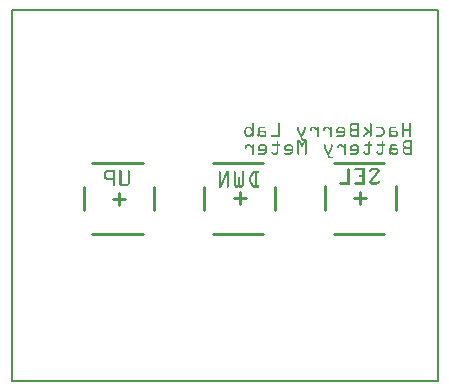
<source format=gbo>
G04 MADE WITH FRITZING*
G04 WWW.FRITZING.ORG*
G04 DOUBLE SIDED*
G04 HOLES PLATED*
G04 CONTOUR ON CENTER OF CONTOUR VECTOR*
%ASAXBY*%
%FSLAX23Y23*%
%MOIN*%
%OFA0B0*%
%SFA1.0B1.0*%
%ADD10R,1.426520X1.245110X1.410520X1.229110*%
%ADD11C,0.008000*%
%ADD12C,0.010000*%
%ADD13R,0.001000X0.001000*%
%LNSILK0*%
G90*
G70*
G54D11*
X4Y1241D02*
X1423Y1241D01*
X1423Y4D01*
X4Y4D01*
X4Y1241D01*
D02*
G54D12*
X1047Y654D02*
X1047Y575D01*
D02*
X1244Y732D02*
X1076Y732D01*
D02*
X1244Y496D02*
X1076Y496D01*
D02*
X1283Y654D02*
X1283Y575D01*
D02*
X1165Y634D02*
X1165Y595D01*
D02*
X1145Y614D02*
X1185Y614D01*
D02*
X645Y653D02*
X645Y575D01*
D02*
X842Y732D02*
X674Y732D01*
D02*
X842Y496D02*
X674Y496D01*
D02*
X881Y653D02*
X881Y575D01*
D02*
X763Y634D02*
X763Y594D01*
D02*
X743Y614D02*
X783Y614D01*
D02*
X243Y652D02*
X243Y574D01*
D02*
X440Y731D02*
X272Y731D01*
D02*
X440Y495D02*
X272Y495D01*
D02*
X479Y652D02*
X479Y574D01*
D02*
X361Y633D02*
X361Y593D01*
D02*
X341Y613D02*
X380Y613D01*
G54D13*
X805Y866D02*
X807Y866D01*
X893Y866D02*
X895Y866D01*
X1139Y866D02*
X1159Y866D01*
X1199Y866D02*
X1201Y866D01*
X1306Y866D02*
X1308Y866D01*
X1330Y866D02*
X1332Y866D01*
X804Y865D02*
X808Y865D01*
X892Y865D02*
X896Y865D01*
X1136Y865D02*
X1159Y865D01*
X1198Y865D02*
X1202Y865D01*
X1305Y865D02*
X1309Y865D01*
X1329Y865D02*
X1333Y865D01*
X804Y864D02*
X809Y864D01*
X891Y864D02*
X896Y864D01*
X1135Y864D02*
X1159Y864D01*
X1198Y864D02*
X1202Y864D01*
X1305Y864D02*
X1310Y864D01*
X1329Y864D02*
X1334Y864D01*
X804Y863D02*
X809Y863D01*
X891Y863D02*
X896Y863D01*
X1134Y863D02*
X1159Y863D01*
X1197Y863D02*
X1203Y863D01*
X1305Y863D02*
X1310Y863D01*
X1329Y863D02*
X1334Y863D01*
X804Y862D02*
X809Y862D01*
X891Y862D02*
X896Y862D01*
X1133Y862D02*
X1159Y862D01*
X1197Y862D02*
X1203Y862D01*
X1305Y862D02*
X1310Y862D01*
X1329Y862D02*
X1334Y862D01*
X804Y861D02*
X809Y861D01*
X891Y861D02*
X896Y861D01*
X1132Y861D02*
X1159Y861D01*
X1197Y861D02*
X1203Y861D01*
X1305Y861D02*
X1310Y861D01*
X1329Y861D02*
X1334Y861D01*
X804Y860D02*
X809Y860D01*
X891Y860D02*
X896Y860D01*
X1131Y860D02*
X1139Y860D01*
X1154Y860D02*
X1159Y860D01*
X1197Y860D02*
X1203Y860D01*
X1305Y860D02*
X1310Y860D01*
X1329Y860D02*
X1334Y860D01*
X804Y859D02*
X809Y859D01*
X891Y859D02*
X896Y859D01*
X1131Y859D02*
X1137Y859D01*
X1154Y859D02*
X1159Y859D01*
X1197Y859D02*
X1203Y859D01*
X1305Y859D02*
X1310Y859D01*
X1329Y859D02*
X1334Y859D01*
X804Y858D02*
X809Y858D01*
X891Y858D02*
X896Y858D01*
X1130Y858D02*
X1136Y858D01*
X1154Y858D02*
X1159Y858D01*
X1197Y858D02*
X1203Y858D01*
X1305Y858D02*
X1310Y858D01*
X1329Y858D02*
X1334Y858D01*
X804Y857D02*
X809Y857D01*
X891Y857D02*
X896Y857D01*
X1130Y857D02*
X1136Y857D01*
X1154Y857D02*
X1159Y857D01*
X1197Y857D02*
X1203Y857D01*
X1305Y857D02*
X1310Y857D01*
X1329Y857D02*
X1334Y857D01*
X804Y856D02*
X809Y856D01*
X891Y856D02*
X896Y856D01*
X1130Y856D02*
X1135Y856D01*
X1154Y856D02*
X1159Y856D01*
X1197Y856D02*
X1203Y856D01*
X1305Y856D02*
X1310Y856D01*
X1329Y856D02*
X1334Y856D01*
X804Y855D02*
X809Y855D01*
X891Y855D02*
X896Y855D01*
X1130Y855D02*
X1135Y855D01*
X1154Y855D02*
X1159Y855D01*
X1197Y855D02*
X1203Y855D01*
X1305Y855D02*
X1310Y855D01*
X1329Y855D02*
X1334Y855D01*
X804Y854D02*
X809Y854D01*
X891Y854D02*
X896Y854D01*
X1130Y854D02*
X1135Y854D01*
X1154Y854D02*
X1159Y854D01*
X1197Y854D02*
X1203Y854D01*
X1305Y854D02*
X1310Y854D01*
X1329Y854D02*
X1334Y854D01*
X788Y853D02*
X797Y853D01*
X804Y853D02*
X809Y853D01*
X830Y853D02*
X845Y853D01*
X891Y853D02*
X896Y853D01*
X956Y853D02*
X958Y853D01*
X980Y853D02*
X982Y853D01*
X1004Y853D02*
X1014Y853D01*
X1024Y853D02*
X1026Y853D01*
X1048Y853D02*
X1058Y853D01*
X1068Y853D02*
X1070Y853D01*
X1094Y853D02*
X1107Y853D01*
X1130Y853D02*
X1135Y853D01*
X1154Y853D02*
X1159Y853D01*
X1178Y853D02*
X1180Y853D01*
X1197Y853D02*
X1203Y853D01*
X1219Y853D02*
X1235Y853D01*
X1268Y853D02*
X1283Y853D01*
X1305Y853D02*
X1310Y853D01*
X1329Y853D02*
X1334Y853D01*
X786Y852D02*
X799Y852D01*
X804Y852D02*
X809Y852D01*
X828Y852D02*
X846Y852D01*
X891Y852D02*
X896Y852D01*
X955Y852D02*
X959Y852D01*
X979Y852D02*
X983Y852D01*
X1002Y852D02*
X1015Y852D01*
X1023Y852D02*
X1027Y852D01*
X1046Y852D02*
X1059Y852D01*
X1067Y852D02*
X1071Y852D01*
X1092Y852D02*
X1109Y852D01*
X1130Y852D02*
X1135Y852D01*
X1154Y852D02*
X1159Y852D01*
X1177Y852D02*
X1181Y852D01*
X1197Y852D02*
X1203Y852D01*
X1218Y852D02*
X1237Y852D01*
X1266Y852D02*
X1284Y852D01*
X1305Y852D02*
X1310Y852D01*
X1329Y852D02*
X1334Y852D01*
X784Y851D02*
X801Y851D01*
X804Y851D02*
X809Y851D01*
X827Y851D02*
X846Y851D01*
X891Y851D02*
X896Y851D01*
X955Y851D02*
X960Y851D01*
X979Y851D02*
X984Y851D01*
X1001Y851D02*
X1017Y851D01*
X1022Y851D02*
X1027Y851D01*
X1045Y851D02*
X1060Y851D01*
X1066Y851D02*
X1071Y851D01*
X1091Y851D02*
X1110Y851D01*
X1130Y851D02*
X1135Y851D01*
X1154Y851D02*
X1159Y851D01*
X1177Y851D02*
X1183Y851D01*
X1197Y851D02*
X1203Y851D01*
X1217Y851D02*
X1239Y851D01*
X1265Y851D02*
X1284Y851D01*
X1305Y851D02*
X1310Y851D01*
X1329Y851D02*
X1334Y851D01*
X783Y850D02*
X809Y850D01*
X826Y850D02*
X846Y850D01*
X891Y850D02*
X896Y850D01*
X955Y850D02*
X960Y850D01*
X979Y850D02*
X984Y850D01*
X1000Y850D02*
X1018Y850D01*
X1022Y850D02*
X1027Y850D01*
X1044Y850D02*
X1062Y850D01*
X1066Y850D02*
X1071Y850D01*
X1090Y850D02*
X1111Y850D01*
X1130Y850D02*
X1135Y850D01*
X1154Y850D02*
X1159Y850D01*
X1177Y850D02*
X1184Y850D01*
X1197Y850D02*
X1203Y850D01*
X1217Y850D02*
X1240Y850D01*
X1264Y850D02*
X1284Y850D01*
X1305Y850D02*
X1310Y850D01*
X1329Y850D02*
X1334Y850D01*
X782Y849D02*
X809Y849D01*
X825Y849D02*
X846Y849D01*
X891Y849D02*
X896Y849D01*
X955Y849D02*
X960Y849D01*
X979Y849D02*
X984Y849D01*
X1000Y849D02*
X1019Y849D01*
X1022Y849D02*
X1028Y849D01*
X1043Y849D02*
X1063Y849D01*
X1066Y849D02*
X1071Y849D01*
X1089Y849D02*
X1112Y849D01*
X1130Y849D02*
X1136Y849D01*
X1154Y849D02*
X1159Y849D01*
X1177Y849D02*
X1185Y849D01*
X1197Y849D02*
X1203Y849D01*
X1218Y849D02*
X1241Y849D01*
X1263Y849D02*
X1284Y849D01*
X1305Y849D02*
X1310Y849D01*
X1329Y849D02*
X1334Y849D01*
X781Y848D02*
X809Y848D01*
X825Y848D02*
X845Y848D01*
X891Y848D02*
X896Y848D01*
X955Y848D02*
X960Y848D01*
X979Y848D02*
X984Y848D01*
X999Y848D02*
X1020Y848D01*
X1022Y848D02*
X1028Y848D01*
X1043Y848D02*
X1064Y848D01*
X1066Y848D02*
X1071Y848D01*
X1088Y848D02*
X1113Y848D01*
X1130Y848D02*
X1136Y848D01*
X1154Y848D02*
X1159Y848D01*
X1178Y848D02*
X1186Y848D01*
X1197Y848D02*
X1203Y848D01*
X1219Y848D02*
X1242Y848D01*
X1263Y848D02*
X1283Y848D01*
X1305Y848D02*
X1310Y848D01*
X1329Y848D02*
X1334Y848D01*
X781Y847D02*
X788Y847D01*
X797Y847D02*
X809Y847D01*
X824Y847D02*
X831Y847D01*
X891Y847D02*
X896Y847D01*
X955Y847D02*
X960Y847D01*
X979Y847D02*
X984Y847D01*
X999Y847D02*
X1005Y847D01*
X1013Y847D02*
X1028Y847D01*
X1043Y847D02*
X1049Y847D01*
X1057Y847D02*
X1071Y847D01*
X1087Y847D02*
X1095Y847D01*
X1106Y847D02*
X1114Y847D01*
X1131Y847D02*
X1138Y847D01*
X1154Y847D02*
X1159Y847D01*
X1179Y847D02*
X1187Y847D01*
X1197Y847D02*
X1203Y847D01*
X1235Y847D02*
X1243Y847D01*
X1262Y847D02*
X1268Y847D01*
X1305Y847D02*
X1310Y847D01*
X1329Y847D02*
X1334Y847D01*
X780Y846D02*
X787Y846D01*
X798Y846D02*
X809Y846D01*
X824Y846D02*
X830Y846D01*
X891Y846D02*
X896Y846D01*
X955Y846D02*
X960Y846D01*
X979Y846D02*
X984Y846D01*
X998Y846D02*
X1004Y846D01*
X1014Y846D02*
X1028Y846D01*
X1042Y846D02*
X1048Y846D01*
X1058Y846D02*
X1071Y846D01*
X1087Y846D02*
X1093Y846D01*
X1108Y846D02*
X1114Y846D01*
X1131Y846D02*
X1140Y846D01*
X1153Y846D02*
X1159Y846D01*
X1180Y846D02*
X1189Y846D01*
X1197Y846D02*
X1203Y846D01*
X1236Y846D02*
X1244Y846D01*
X1262Y846D02*
X1267Y846D01*
X1305Y846D02*
X1310Y846D01*
X1329Y846D02*
X1334Y846D01*
X780Y845D02*
X786Y845D01*
X799Y845D02*
X809Y845D01*
X824Y845D02*
X829Y845D01*
X891Y845D02*
X896Y845D01*
X955Y845D02*
X960Y845D01*
X978Y845D02*
X984Y845D01*
X998Y845D02*
X1004Y845D01*
X1015Y845D02*
X1028Y845D01*
X1042Y845D02*
X1047Y845D01*
X1059Y845D02*
X1071Y845D01*
X1086Y845D02*
X1092Y845D01*
X1109Y845D02*
X1115Y845D01*
X1132Y845D02*
X1159Y845D01*
X1181Y845D02*
X1190Y845D01*
X1197Y845D02*
X1203Y845D01*
X1237Y845D02*
X1245Y845D01*
X1262Y845D02*
X1267Y845D01*
X1305Y845D02*
X1334Y845D01*
X780Y844D02*
X785Y844D01*
X800Y844D02*
X809Y844D01*
X824Y844D02*
X829Y844D01*
X891Y844D02*
X896Y844D01*
X955Y844D02*
X961Y844D01*
X978Y844D02*
X983Y844D01*
X998Y844D02*
X1003Y844D01*
X1016Y844D02*
X1028Y844D01*
X1042Y844D02*
X1047Y844D01*
X1060Y844D02*
X1071Y844D01*
X1086Y844D02*
X1091Y844D01*
X1110Y844D02*
X1115Y844D01*
X1133Y844D02*
X1159Y844D01*
X1182Y844D02*
X1191Y844D01*
X1197Y844D02*
X1203Y844D01*
X1238Y844D02*
X1245Y844D01*
X1262Y844D02*
X1267Y844D01*
X1305Y844D02*
X1334Y844D01*
X780Y843D02*
X785Y843D01*
X802Y843D02*
X809Y843D01*
X824Y843D02*
X829Y843D01*
X891Y843D02*
X896Y843D01*
X955Y843D02*
X961Y843D01*
X977Y843D02*
X983Y843D01*
X998Y843D02*
X1003Y843D01*
X1017Y843D02*
X1028Y843D01*
X1042Y843D02*
X1047Y843D01*
X1061Y843D02*
X1071Y843D01*
X1086Y843D02*
X1091Y843D01*
X1110Y843D02*
X1115Y843D01*
X1134Y843D02*
X1159Y843D01*
X1184Y843D02*
X1192Y843D01*
X1197Y843D02*
X1203Y843D01*
X1239Y843D02*
X1246Y843D01*
X1262Y843D02*
X1267Y843D01*
X1305Y843D02*
X1334Y843D01*
X779Y842D02*
X785Y842D01*
X803Y842D02*
X809Y842D01*
X824Y842D02*
X829Y842D01*
X891Y842D02*
X896Y842D01*
X956Y842D02*
X962Y842D01*
X977Y842D02*
X983Y842D01*
X999Y842D02*
X1003Y842D01*
X1019Y842D02*
X1028Y842D01*
X1042Y842D02*
X1047Y842D01*
X1062Y842D02*
X1071Y842D01*
X1086Y842D02*
X1091Y842D01*
X1110Y842D02*
X1115Y842D01*
X1133Y842D02*
X1159Y842D01*
X1185Y842D02*
X1193Y842D01*
X1197Y842D02*
X1203Y842D01*
X1240Y842D02*
X1246Y842D01*
X1262Y842D02*
X1267Y842D01*
X1305Y842D02*
X1334Y842D01*
X779Y841D02*
X785Y841D01*
X803Y841D02*
X809Y841D01*
X824Y841D02*
X829Y841D01*
X891Y841D02*
X896Y841D01*
X956Y841D02*
X962Y841D01*
X976Y841D02*
X982Y841D01*
X999Y841D02*
X1003Y841D01*
X1020Y841D02*
X1028Y841D01*
X1043Y841D02*
X1047Y841D01*
X1064Y841D02*
X1071Y841D01*
X1086Y841D02*
X1091Y841D01*
X1110Y841D02*
X1115Y841D01*
X1132Y841D02*
X1159Y841D01*
X1186Y841D02*
X1194Y841D01*
X1197Y841D02*
X1203Y841D01*
X1241Y841D02*
X1246Y841D01*
X1262Y841D02*
X1267Y841D01*
X1305Y841D02*
X1334Y841D01*
X779Y840D02*
X785Y840D01*
X803Y840D02*
X809Y840D01*
X824Y840D02*
X847Y840D01*
X891Y840D02*
X896Y840D01*
X957Y840D02*
X962Y840D01*
X976Y840D02*
X982Y840D01*
X1000Y840D02*
X1002Y840D01*
X1021Y840D02*
X1028Y840D01*
X1044Y840D02*
X1045Y840D01*
X1065Y840D02*
X1071Y840D01*
X1086Y840D02*
X1091Y840D01*
X1110Y840D02*
X1115Y840D01*
X1132Y840D02*
X1159Y840D01*
X1187Y840D02*
X1203Y840D01*
X1241Y840D02*
X1246Y840D01*
X1262Y840D02*
X1285Y840D01*
X1305Y840D02*
X1334Y840D01*
X779Y839D02*
X785Y839D01*
X804Y839D02*
X809Y839D01*
X824Y839D02*
X849Y839D01*
X891Y839D02*
X896Y839D01*
X957Y839D02*
X963Y839D01*
X976Y839D02*
X981Y839D01*
X1022Y839D02*
X1028Y839D01*
X1066Y839D02*
X1071Y839D01*
X1086Y839D02*
X1091Y839D01*
X1110Y839D02*
X1115Y839D01*
X1131Y839D02*
X1138Y839D01*
X1154Y839D02*
X1159Y839D01*
X1188Y839D02*
X1203Y839D01*
X1241Y839D02*
X1246Y839D01*
X1262Y839D02*
X1286Y839D01*
X1305Y839D02*
X1310Y839D01*
X1329Y839D02*
X1334Y839D01*
X779Y838D02*
X785Y838D01*
X804Y838D02*
X809Y838D01*
X824Y838D02*
X850Y838D01*
X891Y838D02*
X896Y838D01*
X958Y838D02*
X963Y838D01*
X975Y838D02*
X981Y838D01*
X1022Y838D02*
X1028Y838D01*
X1066Y838D02*
X1071Y838D01*
X1086Y838D02*
X1115Y838D01*
X1131Y838D02*
X1137Y838D01*
X1154Y838D02*
X1159Y838D01*
X1189Y838D02*
X1203Y838D01*
X1241Y838D02*
X1246Y838D01*
X1262Y838D02*
X1287Y838D01*
X1305Y838D02*
X1310Y838D01*
X1329Y838D02*
X1334Y838D01*
X779Y837D02*
X785Y837D01*
X804Y837D02*
X809Y837D01*
X824Y837D02*
X851Y837D01*
X891Y837D02*
X896Y837D01*
X958Y837D02*
X964Y837D01*
X975Y837D02*
X980Y837D01*
X1022Y837D02*
X1028Y837D01*
X1066Y837D02*
X1071Y837D01*
X1086Y837D02*
X1115Y837D01*
X1130Y837D02*
X1136Y837D01*
X1154Y837D02*
X1159Y837D01*
X1189Y837D02*
X1203Y837D01*
X1241Y837D02*
X1246Y837D01*
X1262Y837D02*
X1288Y837D01*
X1305Y837D02*
X1310Y837D01*
X1329Y837D02*
X1334Y837D01*
X779Y836D02*
X785Y836D01*
X804Y836D02*
X809Y836D01*
X824Y836D02*
X851Y836D01*
X891Y836D02*
X896Y836D01*
X958Y836D02*
X964Y836D01*
X974Y836D02*
X980Y836D01*
X1022Y836D02*
X1028Y836D01*
X1066Y836D02*
X1071Y836D01*
X1086Y836D02*
X1115Y836D01*
X1130Y836D02*
X1135Y836D01*
X1154Y836D02*
X1159Y836D01*
X1188Y836D02*
X1203Y836D01*
X1241Y836D02*
X1246Y836D01*
X1261Y836D02*
X1289Y836D01*
X1305Y836D02*
X1310Y836D01*
X1329Y836D02*
X1334Y836D01*
X779Y835D02*
X785Y835D01*
X804Y835D02*
X809Y835D01*
X824Y835D02*
X852Y835D01*
X891Y835D02*
X896Y835D01*
X959Y835D02*
X965Y835D01*
X974Y835D02*
X979Y835D01*
X1022Y835D02*
X1028Y835D01*
X1066Y835D02*
X1071Y835D01*
X1086Y835D02*
X1115Y835D01*
X1130Y835D02*
X1135Y835D01*
X1154Y835D02*
X1159Y835D01*
X1187Y835D02*
X1203Y835D01*
X1241Y835D02*
X1246Y835D01*
X1261Y835D02*
X1289Y835D01*
X1305Y835D02*
X1310Y835D01*
X1329Y835D02*
X1334Y835D01*
X779Y834D02*
X785Y834D01*
X804Y834D02*
X809Y834D01*
X824Y834D02*
X830Y834D01*
X846Y834D02*
X852Y834D01*
X891Y834D02*
X896Y834D01*
X959Y834D02*
X965Y834D01*
X973Y834D02*
X979Y834D01*
X1022Y834D02*
X1028Y834D01*
X1066Y834D02*
X1071Y834D01*
X1086Y834D02*
X1115Y834D01*
X1130Y834D02*
X1135Y834D01*
X1154Y834D02*
X1159Y834D01*
X1186Y834D02*
X1203Y834D01*
X1241Y834D02*
X1246Y834D01*
X1261Y834D02*
X1268Y834D01*
X1284Y834D02*
X1290Y834D01*
X1305Y834D02*
X1310Y834D01*
X1329Y834D02*
X1334Y834D01*
X779Y833D02*
X785Y833D01*
X804Y833D02*
X809Y833D01*
X824Y833D02*
X829Y833D01*
X847Y833D02*
X852Y833D01*
X891Y833D02*
X896Y833D01*
X960Y833D02*
X965Y833D01*
X973Y833D02*
X979Y833D01*
X1022Y833D02*
X1028Y833D01*
X1066Y833D02*
X1071Y833D01*
X1087Y833D02*
X1115Y833D01*
X1130Y833D02*
X1135Y833D01*
X1154Y833D02*
X1159Y833D01*
X1184Y833D02*
X1193Y833D01*
X1195Y833D02*
X1203Y833D01*
X1241Y833D02*
X1246Y833D01*
X1261Y833D02*
X1267Y833D01*
X1285Y833D02*
X1290Y833D01*
X1305Y833D02*
X1310Y833D01*
X1329Y833D02*
X1334Y833D01*
X779Y832D02*
X785Y832D01*
X803Y832D02*
X809Y832D01*
X824Y832D02*
X829Y832D01*
X847Y832D02*
X852Y832D01*
X891Y832D02*
X896Y832D01*
X960Y832D02*
X966Y832D01*
X973Y832D02*
X978Y832D01*
X1022Y832D02*
X1028Y832D01*
X1066Y832D02*
X1071Y832D01*
X1089Y832D02*
X1115Y832D01*
X1130Y832D02*
X1135Y832D01*
X1154Y832D02*
X1159Y832D01*
X1183Y832D02*
X1192Y832D01*
X1196Y832D02*
X1203Y832D01*
X1241Y832D02*
X1246Y832D01*
X1261Y832D02*
X1267Y832D01*
X1285Y832D02*
X1290Y832D01*
X1305Y832D02*
X1310Y832D01*
X1329Y832D02*
X1334Y832D01*
X779Y831D02*
X785Y831D01*
X803Y831D02*
X809Y831D01*
X824Y831D02*
X829Y831D01*
X847Y831D02*
X852Y831D01*
X891Y831D02*
X896Y831D01*
X961Y831D02*
X966Y831D01*
X972Y831D02*
X978Y831D01*
X1022Y831D02*
X1028Y831D01*
X1066Y831D02*
X1071Y831D01*
X1110Y831D02*
X1115Y831D01*
X1130Y831D02*
X1135Y831D01*
X1154Y831D02*
X1159Y831D01*
X1182Y831D02*
X1191Y831D01*
X1197Y831D02*
X1203Y831D01*
X1241Y831D02*
X1246Y831D01*
X1261Y831D02*
X1266Y831D01*
X1285Y831D02*
X1290Y831D01*
X1305Y831D02*
X1310Y831D01*
X1329Y831D02*
X1334Y831D01*
X779Y830D02*
X785Y830D01*
X802Y830D02*
X809Y830D01*
X824Y830D02*
X829Y830D01*
X847Y830D02*
X852Y830D01*
X891Y830D02*
X896Y830D01*
X961Y830D02*
X967Y830D01*
X972Y830D02*
X977Y830D01*
X1022Y830D02*
X1028Y830D01*
X1066Y830D02*
X1071Y830D01*
X1110Y830D02*
X1115Y830D01*
X1130Y830D02*
X1135Y830D01*
X1154Y830D02*
X1159Y830D01*
X1181Y830D02*
X1189Y830D01*
X1197Y830D02*
X1203Y830D01*
X1240Y830D02*
X1246Y830D01*
X1261Y830D02*
X1266Y830D01*
X1285Y830D02*
X1290Y830D01*
X1305Y830D02*
X1310Y830D01*
X1329Y830D02*
X1334Y830D01*
X780Y829D02*
X785Y829D01*
X801Y829D02*
X809Y829D01*
X823Y829D02*
X829Y829D01*
X847Y829D02*
X852Y829D01*
X891Y829D02*
X896Y829D01*
X961Y829D02*
X967Y829D01*
X971Y829D02*
X977Y829D01*
X1022Y829D02*
X1028Y829D01*
X1066Y829D02*
X1071Y829D01*
X1110Y829D02*
X1115Y829D01*
X1130Y829D02*
X1135Y829D01*
X1154Y829D02*
X1159Y829D01*
X1180Y829D02*
X1188Y829D01*
X1197Y829D02*
X1203Y829D01*
X1239Y829D02*
X1246Y829D01*
X1261Y829D02*
X1267Y829D01*
X1285Y829D02*
X1290Y829D01*
X1305Y829D02*
X1310Y829D01*
X1329Y829D02*
X1334Y829D01*
X780Y828D02*
X786Y828D01*
X800Y828D02*
X809Y828D01*
X823Y828D02*
X831Y828D01*
X847Y828D02*
X852Y828D01*
X891Y828D02*
X896Y828D01*
X962Y828D02*
X968Y828D01*
X971Y828D02*
X976Y828D01*
X1022Y828D02*
X1028Y828D01*
X1066Y828D02*
X1071Y828D01*
X1109Y828D02*
X1115Y828D01*
X1130Y828D02*
X1136Y828D01*
X1154Y828D02*
X1159Y828D01*
X1179Y828D02*
X1187Y828D01*
X1197Y828D02*
X1203Y828D01*
X1237Y828D02*
X1245Y828D01*
X1261Y828D02*
X1268Y828D01*
X1285Y828D02*
X1290Y828D01*
X1305Y828D02*
X1310Y828D01*
X1329Y828D02*
X1334Y828D01*
X780Y827D02*
X787Y827D01*
X798Y827D02*
X809Y827D01*
X823Y827D02*
X832Y827D01*
X847Y827D02*
X852Y827D01*
X891Y827D02*
X896Y827D01*
X962Y827D02*
X976Y827D01*
X1022Y827D02*
X1028Y827D01*
X1066Y827D02*
X1071Y827D01*
X1108Y827D02*
X1115Y827D01*
X1131Y827D02*
X1137Y827D01*
X1154Y827D02*
X1159Y827D01*
X1177Y827D02*
X1186Y827D01*
X1197Y827D02*
X1203Y827D01*
X1236Y827D02*
X1244Y827D01*
X1261Y827D02*
X1270Y827D01*
X1285Y827D02*
X1290Y827D01*
X1305Y827D02*
X1310Y827D01*
X1329Y827D02*
X1334Y827D01*
X781Y826D02*
X788Y826D01*
X797Y826D02*
X809Y826D01*
X823Y826D02*
X834Y826D01*
X846Y826D02*
X852Y826D01*
X891Y826D02*
X896Y826D01*
X963Y826D02*
X976Y826D01*
X1022Y826D02*
X1028Y826D01*
X1066Y826D02*
X1071Y826D01*
X1107Y826D02*
X1114Y826D01*
X1131Y826D02*
X1138Y826D01*
X1154Y826D02*
X1159Y826D01*
X1176Y826D02*
X1185Y826D01*
X1197Y826D02*
X1203Y826D01*
X1235Y826D02*
X1243Y826D01*
X1261Y826D02*
X1272Y826D01*
X1284Y826D02*
X1290Y826D01*
X1305Y826D02*
X1310Y826D01*
X1329Y826D02*
X1334Y826D01*
X781Y825D02*
X809Y825D01*
X823Y825D02*
X852Y825D01*
X869Y825D02*
X896Y825D01*
X963Y825D02*
X975Y825D01*
X1022Y825D02*
X1028Y825D01*
X1066Y825D02*
X1071Y825D01*
X1088Y825D02*
X1114Y825D01*
X1132Y825D02*
X1159Y825D01*
X1175Y825D02*
X1184Y825D01*
X1197Y825D02*
X1203Y825D01*
X1219Y825D02*
X1242Y825D01*
X1261Y825D02*
X1290Y825D01*
X1305Y825D02*
X1310Y825D01*
X1329Y825D02*
X1334Y825D01*
X782Y824D02*
X809Y824D01*
X823Y824D02*
X851Y824D01*
X868Y824D02*
X896Y824D01*
X964Y824D02*
X975Y824D01*
X1022Y824D02*
X1028Y824D01*
X1066Y824D02*
X1071Y824D01*
X1087Y824D02*
X1113Y824D01*
X1132Y824D02*
X1159Y824D01*
X1174Y824D02*
X1182Y824D01*
X1197Y824D02*
X1203Y824D01*
X1218Y824D02*
X1241Y824D01*
X1261Y824D02*
X1289Y824D01*
X1305Y824D02*
X1310Y824D01*
X1329Y824D02*
X1334Y824D01*
X783Y823D02*
X809Y823D01*
X823Y823D02*
X851Y823D01*
X867Y823D02*
X896Y823D01*
X964Y823D02*
X974Y823D01*
X1022Y823D02*
X1028Y823D01*
X1066Y823D02*
X1071Y823D01*
X1086Y823D02*
X1112Y823D01*
X1133Y823D02*
X1159Y823D01*
X1174Y823D02*
X1181Y823D01*
X1197Y823D02*
X1203Y823D01*
X1217Y823D02*
X1240Y823D01*
X1261Y823D02*
X1288Y823D01*
X1305Y823D02*
X1310Y823D01*
X1329Y823D02*
X1334Y823D01*
X784Y822D02*
X801Y822D01*
X804Y822D02*
X809Y822D01*
X823Y822D02*
X850Y822D01*
X867Y822D02*
X896Y822D01*
X965Y822D02*
X973Y822D01*
X1022Y822D02*
X1027Y822D01*
X1066Y822D02*
X1071Y822D01*
X1086Y822D02*
X1111Y822D01*
X1134Y822D02*
X1159Y822D01*
X1174Y822D02*
X1180Y822D01*
X1198Y822D02*
X1203Y822D01*
X1217Y822D02*
X1239Y822D01*
X1261Y822D02*
X1288Y822D01*
X1305Y822D02*
X1310Y822D01*
X1329Y822D02*
X1334Y822D01*
X785Y821D02*
X800Y821D01*
X804Y821D02*
X808Y821D01*
X824Y821D02*
X828Y821D01*
X831Y821D02*
X849Y821D01*
X867Y821D02*
X896Y821D01*
X965Y821D02*
X971Y821D01*
X1023Y821D02*
X1027Y821D01*
X1066Y821D02*
X1071Y821D01*
X1086Y821D02*
X1109Y821D01*
X1136Y821D02*
X1159Y821D01*
X1174Y821D02*
X1179Y821D01*
X1198Y821D02*
X1202Y821D01*
X1218Y821D02*
X1238Y821D01*
X1261Y821D02*
X1266Y821D01*
X1269Y821D02*
X1287Y821D01*
X1305Y821D02*
X1310Y821D01*
X1329Y821D02*
X1334Y821D01*
X787Y820D02*
X798Y820D01*
X805Y820D02*
X808Y820D01*
X824Y820D02*
X827Y820D01*
X833Y820D02*
X847Y820D01*
X868Y820D02*
X896Y820D01*
X965Y820D02*
X971Y820D01*
X1023Y820D02*
X1026Y820D01*
X1067Y820D02*
X1070Y820D01*
X1087Y820D02*
X1108Y820D01*
X1138Y820D02*
X1159Y820D01*
X1174Y820D02*
X1178Y820D01*
X1199Y820D02*
X1202Y820D01*
X1218Y820D02*
X1236Y820D01*
X1262Y820D02*
X1265Y820D01*
X1271Y820D02*
X1285Y820D01*
X1306Y820D02*
X1309Y820D01*
X1330Y820D02*
X1333Y820D01*
X966Y819D02*
X972Y819D01*
X966Y818D02*
X972Y818D01*
X967Y817D02*
X972Y817D01*
X967Y816D02*
X973Y816D01*
X968Y815D02*
X973Y815D01*
X968Y814D02*
X974Y814D01*
X968Y813D02*
X974Y813D01*
X969Y812D02*
X982Y812D01*
X969Y811D02*
X983Y811D01*
X970Y810D02*
X984Y810D01*
X970Y809D02*
X984Y809D01*
X971Y808D02*
X983Y808D01*
X956Y807D02*
X963Y807D01*
X971Y807D02*
X986Y807D01*
X1316Y807D02*
X1336Y807D01*
X956Y806D02*
X964Y806D01*
X978Y806D02*
X986Y806D01*
X1313Y806D02*
X1336Y806D01*
X956Y805D02*
X965Y805D01*
X977Y805D02*
X986Y805D01*
X1312Y805D02*
X1336Y805D01*
X888Y804D02*
X891Y804D01*
X956Y804D02*
X966Y804D01*
X977Y804D02*
X986Y804D01*
X1194Y804D02*
X1197Y804D01*
X1238Y804D02*
X1241Y804D01*
X1311Y804D02*
X1336Y804D01*
X887Y803D02*
X892Y803D01*
X956Y803D02*
X966Y803D01*
X976Y803D02*
X986Y803D01*
X1194Y803D02*
X1198Y803D01*
X1237Y803D02*
X1242Y803D01*
X1310Y803D02*
X1336Y803D01*
X887Y802D02*
X892Y802D01*
X956Y802D02*
X967Y802D01*
X975Y802D02*
X986Y802D01*
X1193Y802D02*
X1198Y802D01*
X1237Y802D02*
X1242Y802D01*
X1309Y802D02*
X1336Y802D01*
X887Y801D02*
X892Y801D01*
X956Y801D02*
X968Y801D01*
X974Y801D02*
X986Y801D01*
X1193Y801D02*
X1198Y801D01*
X1237Y801D02*
X1242Y801D01*
X1308Y801D02*
X1316Y801D01*
X1331Y801D02*
X1336Y801D01*
X887Y800D02*
X892Y800D01*
X956Y800D02*
X968Y800D01*
X974Y800D02*
X986Y800D01*
X1193Y800D02*
X1198Y800D01*
X1237Y800D02*
X1242Y800D01*
X1308Y800D02*
X1314Y800D01*
X1331Y800D02*
X1336Y800D01*
X887Y799D02*
X892Y799D01*
X956Y799D02*
X969Y799D01*
X973Y799D02*
X986Y799D01*
X1193Y799D02*
X1198Y799D01*
X1237Y799D02*
X1242Y799D01*
X1307Y799D02*
X1313Y799D01*
X1331Y799D02*
X1336Y799D01*
X887Y798D02*
X892Y798D01*
X956Y798D02*
X970Y798D01*
X972Y798D02*
X986Y798D01*
X1193Y798D02*
X1198Y798D01*
X1237Y798D02*
X1242Y798D01*
X1307Y798D02*
X1313Y798D01*
X1331Y798D02*
X1336Y798D01*
X887Y797D02*
X892Y797D01*
X956Y797D02*
X962Y797D01*
X964Y797D02*
X978Y797D01*
X980Y797D02*
X986Y797D01*
X1193Y797D02*
X1198Y797D01*
X1237Y797D02*
X1242Y797D01*
X1307Y797D02*
X1312Y797D01*
X1331Y797D02*
X1336Y797D01*
X887Y796D02*
X892Y796D01*
X956Y796D02*
X962Y796D01*
X965Y796D02*
X977Y796D01*
X980Y796D02*
X986Y796D01*
X1193Y796D02*
X1198Y796D01*
X1237Y796D02*
X1242Y796D01*
X1307Y796D02*
X1312Y796D01*
X1331Y796D02*
X1336Y796D01*
X887Y795D02*
X892Y795D01*
X956Y795D02*
X962Y795D01*
X965Y795D02*
X977Y795D01*
X980Y795D02*
X986Y795D01*
X1193Y795D02*
X1199Y795D01*
X1237Y795D02*
X1242Y795D01*
X1307Y795D02*
X1312Y795D01*
X1331Y795D02*
X1336Y795D01*
X787Y794D02*
X797Y794D01*
X807Y794D02*
X809Y794D01*
X833Y794D02*
X846Y794D01*
X873Y794D02*
X897Y794D01*
X921Y794D02*
X934Y794D01*
X956Y794D02*
X962Y794D01*
X966Y794D02*
X976Y794D01*
X980Y794D02*
X986Y794D01*
X1045Y794D02*
X1048Y794D01*
X1069Y794D02*
X1072Y794D01*
X1094Y794D02*
X1104Y794D01*
X1113Y794D02*
X1116Y794D01*
X1140Y794D02*
X1153Y794D01*
X1180Y794D02*
X1203Y794D01*
X1223Y794D02*
X1247Y794D01*
X1269Y794D02*
X1285Y794D01*
X1307Y794D02*
X1312Y794D01*
X1331Y794D02*
X1336Y794D01*
X785Y793D02*
X798Y793D01*
X806Y793D02*
X810Y793D01*
X831Y793D02*
X848Y793D01*
X872Y793D02*
X898Y793D01*
X919Y793D02*
X936Y793D01*
X956Y793D02*
X962Y793D01*
X967Y793D02*
X975Y793D01*
X980Y793D02*
X986Y793D01*
X1044Y793D02*
X1049Y793D01*
X1068Y793D02*
X1073Y793D01*
X1092Y793D02*
X1105Y793D01*
X1112Y793D02*
X1116Y793D01*
X1138Y793D02*
X1155Y793D01*
X1179Y793D02*
X1204Y793D01*
X1223Y793D02*
X1248Y793D01*
X1268Y793D02*
X1286Y793D01*
X1307Y793D02*
X1312Y793D01*
X1331Y793D02*
X1336Y793D01*
X784Y792D02*
X800Y792D01*
X805Y792D02*
X810Y792D01*
X830Y792D02*
X849Y792D01*
X872Y792D02*
X898Y792D01*
X918Y792D02*
X937Y792D01*
X956Y792D02*
X962Y792D01*
X967Y792D02*
X975Y792D01*
X980Y792D02*
X986Y792D01*
X1044Y792D02*
X1049Y792D01*
X1068Y792D02*
X1073Y792D01*
X1091Y792D02*
X1106Y792D01*
X1112Y792D02*
X1117Y792D01*
X1136Y792D02*
X1156Y792D01*
X1178Y792D02*
X1204Y792D01*
X1222Y792D02*
X1248Y792D01*
X1266Y792D02*
X1286Y792D01*
X1307Y792D02*
X1312Y792D01*
X1331Y792D02*
X1336Y792D01*
X783Y791D02*
X801Y791D01*
X805Y791D02*
X811Y791D01*
X829Y791D02*
X851Y791D01*
X872Y791D02*
X898Y791D01*
X916Y791D02*
X938Y791D01*
X956Y791D02*
X962Y791D01*
X968Y791D02*
X974Y791D01*
X980Y791D02*
X986Y791D01*
X1044Y791D02*
X1049Y791D01*
X1068Y791D02*
X1073Y791D01*
X1090Y791D02*
X1107Y791D01*
X1112Y791D02*
X1117Y791D01*
X1135Y791D02*
X1157Y791D01*
X1178Y791D02*
X1204Y791D01*
X1222Y791D02*
X1248Y791D01*
X1266Y791D02*
X1286Y791D01*
X1307Y791D02*
X1312Y791D01*
X1331Y791D02*
X1336Y791D01*
X783Y790D02*
X802Y790D01*
X805Y790D02*
X811Y790D01*
X828Y790D02*
X852Y790D01*
X872Y790D02*
X898Y790D01*
X915Y790D02*
X939Y790D01*
X956Y790D02*
X962Y790D01*
X968Y790D02*
X974Y790D01*
X980Y790D02*
X986Y790D01*
X1044Y790D02*
X1049Y790D01*
X1068Y790D02*
X1073Y790D01*
X1089Y790D02*
X1108Y790D01*
X1112Y790D02*
X1117Y790D01*
X1134Y790D02*
X1158Y790D01*
X1179Y790D02*
X1204Y790D01*
X1223Y790D02*
X1248Y790D01*
X1265Y790D02*
X1286Y790D01*
X1307Y790D02*
X1313Y790D01*
X1331Y790D02*
X1336Y790D01*
X782Y789D02*
X803Y789D01*
X805Y789D02*
X811Y789D01*
X827Y789D02*
X852Y789D01*
X873Y789D02*
X897Y789D01*
X914Y789D02*
X940Y789D01*
X956Y789D02*
X962Y789D01*
X969Y789D02*
X974Y789D01*
X980Y789D02*
X986Y789D01*
X1044Y789D02*
X1049Y789D01*
X1068Y789D02*
X1073Y789D01*
X1088Y789D02*
X1110Y789D01*
X1112Y789D02*
X1117Y789D01*
X1133Y789D02*
X1159Y789D01*
X1180Y789D02*
X1203Y789D01*
X1224Y789D02*
X1247Y789D01*
X1264Y789D02*
X1285Y789D01*
X1307Y789D02*
X1313Y789D01*
X1331Y789D02*
X1336Y789D01*
X782Y788D02*
X788Y788D01*
X796Y788D02*
X811Y788D01*
X826Y788D02*
X834Y788D01*
X846Y788D02*
X853Y788D01*
X887Y788D02*
X892Y788D01*
X914Y788D02*
X921Y788D01*
X933Y788D02*
X941Y788D01*
X956Y788D02*
X962Y788D01*
X969Y788D02*
X973Y788D01*
X980Y788D02*
X986Y788D01*
X1044Y788D02*
X1049Y788D01*
X1068Y788D02*
X1073Y788D01*
X1088Y788D02*
X1094Y788D01*
X1102Y788D02*
X1117Y788D01*
X1133Y788D02*
X1140Y788D01*
X1152Y788D02*
X1159Y788D01*
X1193Y788D02*
X1198Y788D01*
X1237Y788D02*
X1242Y788D01*
X1264Y788D02*
X1270Y788D01*
X1308Y788D02*
X1315Y788D01*
X1331Y788D02*
X1336Y788D01*
X781Y787D02*
X787Y787D01*
X797Y787D02*
X811Y787D01*
X826Y787D02*
X832Y787D01*
X847Y787D02*
X854Y787D01*
X887Y787D02*
X892Y787D01*
X913Y787D02*
X920Y787D01*
X934Y787D02*
X941Y787D01*
X956Y787D02*
X962Y787D01*
X969Y787D02*
X973Y787D01*
X980Y787D02*
X986Y787D01*
X1044Y787D02*
X1049Y787D01*
X1068Y787D02*
X1073Y787D01*
X1088Y787D02*
X1093Y787D01*
X1103Y787D02*
X1117Y787D01*
X1132Y787D02*
X1139Y787D01*
X1153Y787D02*
X1160Y787D01*
X1193Y787D02*
X1198Y787D01*
X1237Y787D02*
X1242Y787D01*
X1264Y787D02*
X1269Y787D01*
X1308Y787D02*
X1317Y787D01*
X1330Y787D02*
X1336Y787D01*
X781Y786D02*
X787Y786D01*
X798Y786D02*
X811Y786D01*
X825Y786D02*
X831Y786D01*
X848Y786D02*
X854Y786D01*
X887Y786D02*
X892Y786D01*
X913Y786D02*
X919Y786D01*
X936Y786D02*
X941Y786D01*
X956Y786D02*
X962Y786D01*
X971Y786D02*
X971Y786D01*
X980Y786D02*
X986Y786D01*
X1044Y786D02*
X1050Y786D01*
X1068Y786D02*
X1073Y786D01*
X1088Y786D02*
X1093Y786D01*
X1105Y786D02*
X1117Y786D01*
X1132Y786D02*
X1138Y786D01*
X1154Y786D02*
X1160Y786D01*
X1193Y786D02*
X1198Y786D01*
X1237Y786D02*
X1242Y786D01*
X1264Y786D02*
X1269Y786D01*
X1309Y786D02*
X1336Y786D01*
X781Y785D02*
X786Y785D01*
X799Y785D02*
X811Y785D01*
X825Y785D02*
X831Y785D01*
X849Y785D02*
X854Y785D01*
X887Y785D02*
X892Y785D01*
X913Y785D02*
X918Y785D01*
X936Y785D02*
X942Y785D01*
X956Y785D02*
X962Y785D01*
X980Y785D02*
X986Y785D01*
X1044Y785D02*
X1050Y785D01*
X1067Y785D02*
X1073Y785D01*
X1088Y785D02*
X1093Y785D01*
X1106Y785D02*
X1117Y785D01*
X1132Y785D02*
X1137Y785D01*
X1155Y785D02*
X1161Y785D01*
X1193Y785D02*
X1198Y785D01*
X1237Y785D02*
X1242Y785D01*
X1264Y785D02*
X1269Y785D01*
X1310Y785D02*
X1336Y785D01*
X781Y784D02*
X786Y784D01*
X801Y784D02*
X811Y784D01*
X825Y784D02*
X830Y784D01*
X849Y784D02*
X854Y784D01*
X887Y784D02*
X892Y784D01*
X913Y784D02*
X918Y784D01*
X937Y784D02*
X942Y784D01*
X956Y784D02*
X962Y784D01*
X980Y784D02*
X986Y784D01*
X1045Y784D02*
X1050Y784D01*
X1067Y784D02*
X1072Y784D01*
X1088Y784D02*
X1093Y784D01*
X1107Y784D02*
X1117Y784D01*
X1132Y784D02*
X1137Y784D01*
X1155Y784D02*
X1161Y784D01*
X1193Y784D02*
X1198Y784D01*
X1237Y784D02*
X1242Y784D01*
X1264Y784D02*
X1269Y784D01*
X1311Y784D02*
X1336Y784D01*
X781Y783D02*
X786Y783D01*
X802Y783D02*
X811Y783D01*
X825Y783D02*
X830Y783D01*
X849Y783D02*
X854Y783D01*
X887Y783D02*
X892Y783D01*
X913Y783D02*
X918Y783D01*
X937Y783D02*
X942Y783D01*
X956Y783D02*
X962Y783D01*
X980Y783D02*
X986Y783D01*
X1045Y783D02*
X1051Y783D01*
X1066Y783D02*
X1072Y783D01*
X1088Y783D02*
X1093Y783D01*
X1108Y783D02*
X1117Y783D01*
X1132Y783D02*
X1137Y783D01*
X1156Y783D02*
X1161Y783D01*
X1193Y783D02*
X1198Y783D01*
X1237Y783D02*
X1242Y783D01*
X1264Y783D02*
X1269Y783D01*
X1310Y783D02*
X1336Y783D01*
X782Y782D02*
X786Y782D01*
X803Y782D02*
X811Y782D01*
X825Y782D02*
X830Y782D01*
X849Y782D02*
X854Y782D01*
X887Y782D02*
X892Y782D01*
X913Y782D02*
X918Y782D01*
X937Y782D02*
X942Y782D01*
X956Y782D02*
X962Y782D01*
X980Y782D02*
X986Y782D01*
X1046Y782D02*
X1051Y782D01*
X1066Y782D02*
X1072Y782D01*
X1088Y782D02*
X1092Y782D01*
X1109Y782D02*
X1117Y782D01*
X1132Y782D02*
X1137Y782D01*
X1156Y782D02*
X1161Y782D01*
X1193Y782D02*
X1198Y782D01*
X1237Y782D02*
X1242Y782D01*
X1264Y782D02*
X1269Y782D01*
X1309Y782D02*
X1336Y782D01*
X783Y781D02*
X784Y781D01*
X804Y781D02*
X811Y781D01*
X825Y781D02*
X830Y781D01*
X849Y781D02*
X854Y781D01*
X887Y781D02*
X892Y781D01*
X913Y781D02*
X918Y781D01*
X937Y781D02*
X942Y781D01*
X956Y781D02*
X962Y781D01*
X980Y781D02*
X986Y781D01*
X1046Y781D02*
X1052Y781D01*
X1065Y781D02*
X1071Y781D01*
X1090Y781D02*
X1091Y781D01*
X1110Y781D02*
X1117Y781D01*
X1132Y781D02*
X1137Y781D01*
X1156Y781D02*
X1161Y781D01*
X1193Y781D02*
X1198Y781D01*
X1237Y781D02*
X1242Y781D01*
X1263Y781D02*
X1287Y781D01*
X1309Y781D02*
X1336Y781D01*
X805Y780D02*
X811Y780D01*
X825Y780D02*
X830Y780D01*
X849Y780D02*
X854Y780D01*
X887Y780D02*
X892Y780D01*
X913Y780D02*
X918Y780D01*
X937Y780D02*
X942Y780D01*
X956Y780D02*
X962Y780D01*
X980Y780D02*
X986Y780D01*
X1047Y780D02*
X1052Y780D01*
X1065Y780D02*
X1071Y780D01*
X1112Y780D02*
X1117Y780D01*
X1132Y780D02*
X1137Y780D01*
X1156Y780D02*
X1161Y780D01*
X1193Y780D02*
X1198Y780D01*
X1237Y780D02*
X1242Y780D01*
X1263Y780D02*
X1288Y780D01*
X1308Y780D02*
X1315Y780D01*
X1331Y780D02*
X1336Y780D01*
X805Y779D02*
X811Y779D01*
X825Y779D02*
X854Y779D01*
X887Y779D02*
X892Y779D01*
X913Y779D02*
X942Y779D01*
X956Y779D02*
X962Y779D01*
X980Y779D02*
X986Y779D01*
X1047Y779D02*
X1053Y779D01*
X1065Y779D02*
X1070Y779D01*
X1112Y779D02*
X1117Y779D01*
X1132Y779D02*
X1161Y779D01*
X1193Y779D02*
X1198Y779D01*
X1237Y779D02*
X1242Y779D01*
X1263Y779D02*
X1289Y779D01*
X1307Y779D02*
X1314Y779D01*
X1331Y779D02*
X1336Y779D01*
X805Y778D02*
X811Y778D01*
X825Y778D02*
X854Y778D01*
X887Y778D02*
X892Y778D01*
X913Y778D02*
X942Y778D01*
X956Y778D02*
X962Y778D01*
X980Y778D02*
X986Y778D01*
X1047Y778D02*
X1053Y778D01*
X1064Y778D02*
X1070Y778D01*
X1112Y778D02*
X1117Y778D01*
X1132Y778D02*
X1161Y778D01*
X1193Y778D02*
X1198Y778D01*
X1237Y778D02*
X1242Y778D01*
X1263Y778D02*
X1290Y778D01*
X1307Y778D02*
X1313Y778D01*
X1331Y778D02*
X1336Y778D01*
X805Y777D02*
X811Y777D01*
X825Y777D02*
X854Y777D01*
X887Y777D02*
X892Y777D01*
X913Y777D02*
X942Y777D01*
X956Y777D02*
X962Y777D01*
X980Y777D02*
X986Y777D01*
X1048Y777D02*
X1054Y777D01*
X1064Y777D02*
X1069Y777D01*
X1112Y777D02*
X1117Y777D01*
X1132Y777D02*
X1161Y777D01*
X1193Y777D02*
X1198Y777D01*
X1237Y777D02*
X1242Y777D01*
X1263Y777D02*
X1291Y777D01*
X1307Y777D02*
X1312Y777D01*
X1331Y777D02*
X1336Y777D01*
X805Y776D02*
X811Y776D01*
X825Y776D02*
X854Y776D01*
X887Y776D02*
X892Y776D01*
X913Y776D02*
X942Y776D01*
X956Y776D02*
X962Y776D01*
X980Y776D02*
X986Y776D01*
X1048Y776D02*
X1054Y776D01*
X1063Y776D02*
X1069Y776D01*
X1112Y776D02*
X1117Y776D01*
X1132Y776D02*
X1161Y776D01*
X1193Y776D02*
X1198Y776D01*
X1237Y776D02*
X1242Y776D01*
X1263Y776D02*
X1291Y776D01*
X1307Y776D02*
X1312Y776D01*
X1331Y776D02*
X1336Y776D01*
X805Y775D02*
X811Y775D01*
X825Y775D02*
X854Y775D01*
X887Y775D02*
X892Y775D01*
X913Y775D02*
X942Y775D01*
X956Y775D02*
X962Y775D01*
X980Y775D02*
X986Y775D01*
X1049Y775D02*
X1054Y775D01*
X1063Y775D02*
X1068Y775D01*
X1112Y775D02*
X1117Y775D01*
X1132Y775D02*
X1161Y775D01*
X1193Y775D02*
X1198Y775D01*
X1237Y775D02*
X1242Y775D01*
X1263Y775D02*
X1270Y775D01*
X1286Y775D02*
X1292Y775D01*
X1307Y775D02*
X1312Y775D01*
X1331Y775D02*
X1336Y775D01*
X805Y774D02*
X811Y774D01*
X826Y774D02*
X854Y774D01*
X887Y774D02*
X892Y774D01*
X914Y774D02*
X942Y774D01*
X956Y774D02*
X962Y774D01*
X980Y774D02*
X986Y774D01*
X1049Y774D02*
X1055Y774D01*
X1062Y774D02*
X1068Y774D01*
X1112Y774D02*
X1117Y774D01*
X1132Y774D02*
X1161Y774D01*
X1193Y774D02*
X1198Y774D01*
X1237Y774D02*
X1242Y774D01*
X1263Y774D02*
X1269Y774D01*
X1287Y774D02*
X1292Y774D01*
X1307Y774D02*
X1312Y774D01*
X1331Y774D02*
X1336Y774D01*
X805Y773D02*
X811Y773D01*
X849Y773D02*
X854Y773D01*
X887Y773D02*
X892Y773D01*
X936Y773D02*
X942Y773D01*
X956Y773D02*
X962Y773D01*
X980Y773D02*
X986Y773D01*
X1050Y773D02*
X1055Y773D01*
X1062Y773D02*
X1068Y773D01*
X1112Y773D02*
X1117Y773D01*
X1155Y773D02*
X1161Y773D01*
X1193Y773D02*
X1198Y773D01*
X1237Y773D02*
X1242Y773D01*
X1263Y773D02*
X1268Y773D01*
X1287Y773D02*
X1292Y773D01*
X1307Y773D02*
X1312Y773D01*
X1331Y773D02*
X1336Y773D01*
X805Y772D02*
X811Y772D01*
X849Y772D02*
X854Y772D01*
X887Y772D02*
X892Y772D01*
X937Y772D02*
X942Y772D01*
X956Y772D02*
X962Y772D01*
X980Y772D02*
X986Y772D01*
X1050Y772D02*
X1056Y772D01*
X1061Y772D02*
X1067Y772D01*
X1112Y772D02*
X1117Y772D01*
X1156Y772D02*
X1161Y772D01*
X1193Y772D02*
X1198Y772D01*
X1237Y772D02*
X1242Y772D01*
X1263Y772D02*
X1268Y772D01*
X1287Y772D02*
X1292Y772D01*
X1307Y772D02*
X1312Y772D01*
X1331Y772D02*
X1336Y772D01*
X805Y771D02*
X811Y771D01*
X849Y771D02*
X854Y771D01*
X870Y771D02*
X872Y771D01*
X887Y771D02*
X892Y771D01*
X937Y771D02*
X942Y771D01*
X956Y771D02*
X962Y771D01*
X980Y771D02*
X986Y771D01*
X1050Y771D02*
X1056Y771D01*
X1061Y771D02*
X1067Y771D01*
X1112Y771D02*
X1117Y771D01*
X1156Y771D02*
X1161Y771D01*
X1177Y771D02*
X1179Y771D01*
X1193Y771D02*
X1198Y771D01*
X1221Y771D02*
X1223Y771D01*
X1237Y771D02*
X1242Y771D01*
X1263Y771D02*
X1268Y771D01*
X1287Y771D02*
X1292Y771D01*
X1307Y771D02*
X1312Y771D01*
X1331Y771D02*
X1336Y771D01*
X805Y770D02*
X811Y770D01*
X849Y770D02*
X854Y770D01*
X869Y770D02*
X873Y770D01*
X887Y770D02*
X892Y770D01*
X936Y770D02*
X942Y770D01*
X956Y770D02*
X962Y770D01*
X980Y770D02*
X986Y770D01*
X1051Y770D02*
X1057Y770D01*
X1061Y770D02*
X1066Y770D01*
X1112Y770D02*
X1117Y770D01*
X1155Y770D02*
X1161Y770D01*
X1176Y770D02*
X1180Y770D01*
X1193Y770D02*
X1198Y770D01*
X1220Y770D02*
X1224Y770D01*
X1237Y770D02*
X1242Y770D01*
X1263Y770D02*
X1269Y770D01*
X1287Y770D02*
X1292Y770D01*
X1307Y770D02*
X1312Y770D01*
X1331Y770D02*
X1336Y770D01*
X805Y769D02*
X811Y769D01*
X848Y769D02*
X854Y769D01*
X869Y769D02*
X874Y769D01*
X887Y769D02*
X892Y769D01*
X936Y769D02*
X942Y769D01*
X956Y769D02*
X962Y769D01*
X980Y769D02*
X986Y769D01*
X1051Y769D02*
X1057Y769D01*
X1060Y769D02*
X1066Y769D01*
X1112Y769D02*
X1117Y769D01*
X1155Y769D02*
X1160Y769D01*
X1175Y769D02*
X1180Y769D01*
X1193Y769D02*
X1198Y769D01*
X1219Y769D02*
X1224Y769D01*
X1237Y769D02*
X1242Y769D01*
X1263Y769D02*
X1270Y769D01*
X1287Y769D02*
X1292Y769D01*
X1307Y769D02*
X1313Y769D01*
X1331Y769D02*
X1336Y769D01*
X805Y768D02*
X811Y768D01*
X847Y768D02*
X854Y768D01*
X869Y768D02*
X874Y768D01*
X887Y768D02*
X892Y768D01*
X935Y768D02*
X941Y768D01*
X956Y768D02*
X962Y768D01*
X980Y768D02*
X986Y768D01*
X1052Y768D02*
X1065Y768D01*
X1112Y768D02*
X1117Y768D01*
X1154Y768D02*
X1160Y768D01*
X1175Y768D02*
X1181Y768D01*
X1193Y768D02*
X1198Y768D01*
X1219Y768D02*
X1225Y768D01*
X1237Y768D02*
X1242Y768D01*
X1263Y768D02*
X1272Y768D01*
X1287Y768D02*
X1292Y768D01*
X1307Y768D02*
X1314Y768D01*
X1331Y768D02*
X1336Y768D01*
X805Y767D02*
X811Y767D01*
X846Y767D02*
X853Y767D01*
X869Y767D02*
X875Y767D01*
X886Y767D02*
X892Y767D01*
X933Y767D02*
X941Y767D01*
X956Y767D02*
X962Y767D01*
X980Y767D02*
X986Y767D01*
X1052Y767D02*
X1065Y767D01*
X1112Y767D02*
X1117Y767D01*
X1152Y767D02*
X1160Y767D01*
X1176Y767D02*
X1182Y767D01*
X1192Y767D02*
X1198Y767D01*
X1219Y767D02*
X1225Y767D01*
X1236Y767D02*
X1242Y767D01*
X1263Y767D02*
X1274Y767D01*
X1286Y767D02*
X1292Y767D01*
X1308Y767D02*
X1315Y767D01*
X1331Y767D02*
X1336Y767D01*
X805Y766D02*
X811Y766D01*
X827Y766D02*
X853Y766D01*
X869Y766D02*
X891Y766D01*
X915Y766D02*
X940Y766D01*
X956Y766D02*
X962Y766D01*
X980Y766D02*
X986Y766D01*
X1053Y766D02*
X1064Y766D01*
X1112Y766D02*
X1117Y766D01*
X1133Y766D02*
X1159Y766D01*
X1176Y766D02*
X1198Y766D01*
X1220Y766D02*
X1242Y766D01*
X1263Y766D02*
X1291Y766D01*
X1309Y766D02*
X1336Y766D01*
X805Y765D02*
X811Y765D01*
X826Y765D02*
X852Y765D01*
X870Y765D02*
X891Y765D01*
X913Y765D02*
X939Y765D01*
X956Y765D02*
X962Y765D01*
X980Y765D02*
X986Y765D01*
X1053Y765D02*
X1064Y765D01*
X1112Y765D02*
X1117Y765D01*
X1132Y765D02*
X1158Y765D01*
X1176Y765D02*
X1197Y765D01*
X1220Y765D02*
X1241Y765D01*
X1263Y765D02*
X1291Y765D01*
X1309Y765D02*
X1336Y765D01*
X805Y764D02*
X811Y764D01*
X825Y764D02*
X851Y764D01*
X871Y764D02*
X890Y764D01*
X913Y764D02*
X938Y764D01*
X956Y764D02*
X962Y764D01*
X980Y764D02*
X986Y764D01*
X1054Y764D02*
X1064Y764D01*
X1112Y764D02*
X1117Y764D01*
X1132Y764D02*
X1157Y764D01*
X1177Y764D02*
X1197Y764D01*
X1221Y764D02*
X1240Y764D01*
X1263Y764D02*
X1290Y764D01*
X1310Y764D02*
X1336Y764D01*
X805Y763D02*
X810Y763D01*
X825Y763D02*
X850Y763D01*
X872Y763D02*
X889Y763D01*
X913Y763D02*
X937Y763D01*
X956Y763D02*
X961Y763D01*
X981Y763D02*
X986Y763D01*
X1054Y763D02*
X1062Y763D01*
X1112Y763D02*
X1117Y763D01*
X1132Y763D02*
X1156Y763D01*
X1178Y763D02*
X1196Y763D01*
X1222Y763D02*
X1240Y763D01*
X1263Y763D02*
X1289Y763D01*
X1311Y763D02*
X1336Y763D01*
X806Y762D02*
X810Y762D01*
X825Y762D02*
X848Y762D01*
X873Y762D02*
X888Y762D01*
X913Y762D02*
X936Y762D01*
X957Y762D02*
X961Y762D01*
X981Y762D02*
X985Y762D01*
X1054Y762D02*
X1060Y762D01*
X1112Y762D02*
X1117Y762D01*
X1132Y762D02*
X1155Y762D01*
X1179Y762D02*
X1195Y762D01*
X1223Y762D02*
X1239Y762D01*
X1263Y762D02*
X1268Y762D01*
X1271Y762D02*
X1288Y762D01*
X1313Y762D02*
X1336Y762D01*
X806Y761D02*
X809Y761D01*
X826Y761D02*
X847Y761D01*
X874Y761D02*
X887Y761D01*
X914Y761D02*
X934Y761D01*
X958Y761D02*
X960Y761D01*
X982Y761D02*
X985Y761D01*
X1055Y761D02*
X1061Y761D01*
X1113Y761D02*
X1116Y761D01*
X1133Y761D02*
X1153Y761D01*
X1181Y761D02*
X1193Y761D01*
X1225Y761D02*
X1237Y761D01*
X1264Y761D02*
X1267Y761D01*
X1273Y761D02*
X1287Y761D01*
X1315Y761D02*
X1336Y761D01*
X1055Y760D02*
X1061Y760D01*
X1056Y759D02*
X1061Y759D01*
X1056Y758D02*
X1062Y758D01*
X1057Y757D02*
X1062Y757D01*
X1057Y756D02*
X1063Y756D01*
X1057Y755D02*
X1063Y755D01*
X1058Y754D02*
X1064Y754D01*
X1058Y753D02*
X1072Y753D01*
X1059Y752D02*
X1073Y752D01*
X1059Y751D02*
X1073Y751D01*
X1060Y750D02*
X1073Y750D01*
X1060Y749D02*
X1073Y749D01*
X1061Y748D02*
X1072Y748D01*
X1124Y714D02*
X1128Y714D01*
X1147Y714D02*
X1179Y714D01*
X1202Y714D02*
X1225Y714D01*
X1124Y713D02*
X1129Y713D01*
X1146Y713D02*
X1179Y713D01*
X1200Y713D02*
X1227Y713D01*
X1123Y712D02*
X1129Y712D01*
X1146Y712D02*
X1179Y712D01*
X1199Y712D02*
X1228Y712D01*
X1123Y711D02*
X1129Y711D01*
X1146Y711D02*
X1179Y711D01*
X1198Y711D02*
X1228Y711D01*
X1123Y710D02*
X1129Y710D01*
X1146Y710D02*
X1179Y710D01*
X1197Y710D02*
X1229Y710D01*
X1123Y709D02*
X1129Y709D01*
X1147Y709D02*
X1179Y709D01*
X1197Y709D02*
X1229Y709D01*
X319Y708D02*
X346Y708D01*
X364Y708D02*
X367Y708D01*
X392Y708D02*
X394Y708D01*
X1123Y708D02*
X1129Y708D01*
X1148Y708D02*
X1179Y708D01*
X1196Y708D02*
X1229Y708D01*
X317Y707D02*
X346Y707D01*
X363Y707D02*
X368Y707D01*
X391Y707D02*
X395Y707D01*
X1123Y707D02*
X1129Y707D01*
X1173Y707D02*
X1179Y707D01*
X1196Y707D02*
X1203Y707D01*
X1223Y707D02*
X1229Y707D01*
X316Y706D02*
X346Y706D01*
X363Y706D02*
X368Y706D01*
X390Y706D02*
X396Y706D01*
X1123Y706D02*
X1129Y706D01*
X1173Y706D02*
X1179Y706D01*
X1196Y706D02*
X1202Y706D01*
X1223Y706D02*
X1229Y706D01*
X315Y705D02*
X346Y705D01*
X363Y705D02*
X369Y705D01*
X390Y705D02*
X396Y705D01*
X1123Y705D02*
X1129Y705D01*
X1173Y705D02*
X1179Y705D01*
X1196Y705D02*
X1202Y705D01*
X1222Y705D02*
X1229Y705D01*
X314Y704D02*
X346Y704D01*
X363Y704D02*
X369Y704D01*
X390Y704D02*
X396Y704D01*
X695Y704D02*
X698Y704D01*
X719Y704D02*
X727Y704D01*
X745Y704D02*
X748Y704D01*
X773Y704D02*
X776Y704D01*
X809Y704D02*
X826Y704D01*
X1123Y704D02*
X1129Y704D01*
X1173Y704D02*
X1179Y704D01*
X1196Y704D02*
X1202Y704D01*
X1221Y704D02*
X1229Y704D01*
X314Y703D02*
X346Y703D01*
X363Y703D02*
X369Y703D01*
X390Y703D02*
X396Y703D01*
X694Y703D02*
X699Y703D01*
X718Y703D02*
X727Y703D01*
X744Y703D02*
X749Y703D01*
X772Y703D02*
X777Y703D01*
X807Y703D02*
X827Y703D01*
X1123Y703D02*
X1129Y703D01*
X1173Y703D02*
X1179Y703D01*
X1197Y703D02*
X1201Y703D01*
X1221Y703D02*
X1228Y703D01*
X313Y702D02*
X346Y702D01*
X363Y702D02*
X369Y702D01*
X390Y702D02*
X396Y702D01*
X694Y702D02*
X699Y702D01*
X718Y702D02*
X727Y702D01*
X744Y702D02*
X750Y702D01*
X771Y702D02*
X777Y702D01*
X805Y702D02*
X827Y702D01*
X1123Y702D02*
X1129Y702D01*
X1173Y702D02*
X1179Y702D01*
X1199Y702D02*
X1199Y702D01*
X1220Y702D02*
X1228Y702D01*
X313Y701D02*
X320Y701D01*
X340Y701D02*
X346Y701D01*
X363Y701D02*
X369Y701D01*
X390Y701D02*
X396Y701D01*
X694Y701D02*
X700Y701D01*
X717Y701D02*
X727Y701D01*
X744Y701D02*
X750Y701D01*
X771Y701D02*
X777Y701D01*
X804Y701D02*
X827Y701D01*
X1123Y701D02*
X1129Y701D01*
X1173Y701D02*
X1179Y701D01*
X1219Y701D02*
X1227Y701D01*
X313Y700D02*
X319Y700D01*
X340Y700D02*
X346Y700D01*
X363Y700D02*
X369Y700D01*
X390Y700D02*
X396Y700D01*
X694Y700D02*
X700Y700D01*
X717Y700D02*
X727Y700D01*
X744Y700D02*
X750Y700D01*
X771Y700D02*
X777Y700D01*
X804Y700D02*
X827Y700D01*
X1123Y700D02*
X1129Y700D01*
X1173Y700D02*
X1179Y700D01*
X1218Y700D02*
X1226Y700D01*
X312Y699D02*
X319Y699D01*
X340Y699D02*
X346Y699D01*
X363Y699D02*
X369Y699D01*
X390Y699D02*
X396Y699D01*
X694Y699D02*
X700Y699D01*
X716Y699D02*
X727Y699D01*
X744Y699D02*
X750Y699D01*
X771Y699D02*
X777Y699D01*
X803Y699D02*
X827Y699D01*
X1123Y699D02*
X1129Y699D01*
X1173Y699D02*
X1179Y699D01*
X1217Y699D02*
X1225Y699D01*
X312Y698D02*
X318Y698D01*
X340Y698D02*
X346Y698D01*
X363Y698D02*
X369Y698D01*
X390Y698D02*
X396Y698D01*
X694Y698D02*
X700Y698D01*
X716Y698D02*
X727Y698D01*
X744Y698D02*
X750Y698D01*
X771Y698D02*
X777Y698D01*
X802Y698D02*
X825Y698D01*
X1123Y698D02*
X1129Y698D01*
X1173Y698D02*
X1179Y698D01*
X1217Y698D02*
X1225Y698D01*
X312Y697D02*
X318Y697D01*
X340Y697D02*
X346Y697D01*
X363Y697D02*
X369Y697D01*
X390Y697D02*
X396Y697D01*
X694Y697D02*
X700Y697D01*
X715Y697D02*
X727Y697D01*
X744Y697D02*
X750Y697D01*
X771Y697D02*
X777Y697D01*
X802Y697D02*
X809Y697D01*
X815Y697D02*
X821Y697D01*
X1123Y697D02*
X1129Y697D01*
X1173Y697D02*
X1179Y697D01*
X1216Y697D02*
X1224Y697D01*
X312Y696D02*
X318Y696D01*
X340Y696D02*
X346Y696D01*
X363Y696D02*
X369Y696D01*
X390Y696D02*
X396Y696D01*
X694Y696D02*
X700Y696D01*
X715Y696D02*
X727Y696D01*
X744Y696D02*
X750Y696D01*
X771Y696D02*
X777Y696D01*
X801Y696D02*
X808Y696D01*
X815Y696D02*
X821Y696D01*
X1123Y696D02*
X1129Y696D01*
X1173Y696D02*
X1179Y696D01*
X1215Y696D02*
X1223Y696D01*
X312Y695D02*
X318Y695D01*
X340Y695D02*
X346Y695D01*
X363Y695D02*
X369Y695D01*
X390Y695D02*
X396Y695D01*
X694Y695D02*
X700Y695D01*
X715Y695D02*
X727Y695D01*
X744Y695D02*
X750Y695D01*
X771Y695D02*
X777Y695D01*
X801Y695D02*
X808Y695D01*
X815Y695D02*
X821Y695D01*
X1123Y695D02*
X1129Y695D01*
X1173Y695D02*
X1179Y695D01*
X1214Y695D02*
X1222Y695D01*
X312Y694D02*
X318Y694D01*
X340Y694D02*
X346Y694D01*
X363Y694D02*
X369Y694D01*
X390Y694D02*
X396Y694D01*
X694Y694D02*
X700Y694D01*
X714Y694D02*
X727Y694D01*
X744Y694D02*
X750Y694D01*
X771Y694D02*
X777Y694D01*
X800Y694D02*
X807Y694D01*
X815Y694D02*
X821Y694D01*
X1123Y694D02*
X1129Y694D01*
X1173Y694D02*
X1179Y694D01*
X1214Y694D02*
X1222Y694D01*
X312Y693D02*
X318Y693D01*
X340Y693D02*
X346Y693D01*
X363Y693D02*
X369Y693D01*
X390Y693D02*
X396Y693D01*
X694Y693D02*
X700Y693D01*
X714Y693D02*
X727Y693D01*
X744Y693D02*
X750Y693D01*
X771Y693D02*
X777Y693D01*
X800Y693D02*
X807Y693D01*
X815Y693D02*
X821Y693D01*
X1123Y693D02*
X1129Y693D01*
X1173Y693D02*
X1179Y693D01*
X1213Y693D02*
X1221Y693D01*
X312Y692D02*
X318Y692D01*
X340Y692D02*
X346Y692D01*
X363Y692D02*
X369Y692D01*
X390Y692D02*
X396Y692D01*
X694Y692D02*
X700Y692D01*
X713Y692D02*
X727Y692D01*
X744Y692D02*
X750Y692D01*
X771Y692D02*
X777Y692D01*
X799Y692D02*
X806Y692D01*
X815Y692D02*
X821Y692D01*
X1123Y692D02*
X1129Y692D01*
X1173Y692D02*
X1179Y692D01*
X1212Y692D02*
X1220Y692D01*
X312Y691D02*
X318Y691D01*
X340Y691D02*
X346Y691D01*
X363Y691D02*
X369Y691D01*
X390Y691D02*
X396Y691D01*
X694Y691D02*
X700Y691D01*
X713Y691D02*
X727Y691D01*
X744Y691D02*
X750Y691D01*
X771Y691D02*
X777Y691D01*
X799Y691D02*
X806Y691D01*
X815Y691D02*
X821Y691D01*
X1123Y691D02*
X1129Y691D01*
X1162Y691D02*
X1179Y691D01*
X1211Y691D02*
X1219Y691D01*
X312Y690D02*
X318Y690D01*
X340Y690D02*
X346Y690D01*
X363Y690D02*
X369Y690D01*
X390Y690D02*
X396Y690D01*
X694Y690D02*
X700Y690D01*
X712Y690D02*
X719Y690D01*
X721Y690D02*
X727Y690D01*
X744Y690D02*
X750Y690D01*
X771Y690D02*
X777Y690D01*
X798Y690D02*
X805Y690D01*
X815Y690D02*
X821Y690D01*
X1123Y690D02*
X1129Y690D01*
X1160Y690D02*
X1179Y690D01*
X1210Y690D02*
X1219Y690D01*
X312Y689D02*
X318Y689D01*
X340Y689D02*
X346Y689D01*
X363Y689D02*
X369Y689D01*
X390Y689D02*
X396Y689D01*
X694Y689D02*
X700Y689D01*
X712Y689D02*
X719Y689D01*
X721Y689D02*
X727Y689D01*
X744Y689D02*
X750Y689D01*
X771Y689D02*
X777Y689D01*
X798Y689D02*
X805Y689D01*
X815Y689D02*
X821Y689D01*
X1123Y689D02*
X1129Y689D01*
X1160Y689D02*
X1179Y689D01*
X1210Y689D02*
X1218Y689D01*
X312Y688D02*
X318Y688D01*
X340Y688D02*
X346Y688D01*
X363Y688D02*
X369Y688D01*
X390Y688D02*
X396Y688D01*
X694Y688D02*
X700Y688D01*
X712Y688D02*
X718Y688D01*
X721Y688D02*
X727Y688D01*
X744Y688D02*
X750Y688D01*
X771Y688D02*
X777Y688D01*
X797Y688D02*
X804Y688D01*
X815Y688D02*
X821Y688D01*
X1123Y688D02*
X1129Y688D01*
X1160Y688D02*
X1179Y688D01*
X1209Y688D02*
X1217Y688D01*
X312Y687D02*
X318Y687D01*
X340Y687D02*
X346Y687D01*
X363Y687D02*
X369Y687D01*
X390Y687D02*
X396Y687D01*
X694Y687D02*
X700Y687D01*
X711Y687D02*
X718Y687D01*
X721Y687D02*
X727Y687D01*
X744Y687D02*
X750Y687D01*
X771Y687D02*
X777Y687D01*
X797Y687D02*
X804Y687D01*
X815Y687D02*
X821Y687D01*
X1123Y687D02*
X1129Y687D01*
X1160Y687D02*
X1179Y687D01*
X1208Y687D02*
X1216Y687D01*
X312Y686D02*
X318Y686D01*
X340Y686D02*
X346Y686D01*
X363Y686D02*
X369Y686D01*
X390Y686D02*
X396Y686D01*
X694Y686D02*
X700Y686D01*
X711Y686D02*
X717Y686D01*
X721Y686D02*
X727Y686D01*
X744Y686D02*
X750Y686D01*
X759Y686D02*
X762Y686D01*
X771Y686D02*
X777Y686D01*
X796Y686D02*
X803Y686D01*
X815Y686D02*
X821Y686D01*
X1123Y686D02*
X1129Y686D01*
X1160Y686D02*
X1179Y686D01*
X1207Y686D02*
X1215Y686D01*
X312Y685D02*
X318Y685D01*
X340Y685D02*
X346Y685D01*
X363Y685D02*
X369Y685D01*
X390Y685D02*
X396Y685D01*
X694Y685D02*
X700Y685D01*
X710Y685D02*
X717Y685D01*
X721Y685D02*
X727Y685D01*
X744Y685D02*
X750Y685D01*
X758Y685D02*
X763Y685D01*
X771Y685D02*
X777Y685D01*
X796Y685D02*
X803Y685D01*
X815Y685D02*
X821Y685D01*
X1123Y685D02*
X1129Y685D01*
X1161Y685D02*
X1179Y685D01*
X1207Y685D02*
X1215Y685D01*
X313Y684D02*
X319Y684D01*
X340Y684D02*
X346Y684D01*
X363Y684D02*
X369Y684D01*
X390Y684D02*
X396Y684D01*
X694Y684D02*
X700Y684D01*
X710Y684D02*
X716Y684D01*
X721Y684D02*
X727Y684D01*
X744Y684D02*
X750Y684D01*
X758Y684D02*
X763Y684D01*
X771Y684D02*
X777Y684D01*
X795Y684D02*
X802Y684D01*
X815Y684D02*
X821Y684D01*
X1123Y684D02*
X1129Y684D01*
X1173Y684D02*
X1179Y684D01*
X1206Y684D02*
X1214Y684D01*
X313Y683D02*
X320Y683D01*
X340Y683D02*
X346Y683D01*
X363Y683D02*
X369Y683D01*
X390Y683D02*
X396Y683D01*
X694Y683D02*
X700Y683D01*
X709Y683D02*
X716Y683D01*
X721Y683D02*
X727Y683D01*
X744Y683D02*
X750Y683D01*
X758Y683D02*
X764Y683D01*
X771Y683D02*
X777Y683D01*
X795Y683D02*
X802Y683D01*
X815Y683D02*
X821Y683D01*
X1123Y683D02*
X1129Y683D01*
X1173Y683D02*
X1179Y683D01*
X1205Y683D02*
X1213Y683D01*
X313Y682D02*
X346Y682D01*
X363Y682D02*
X369Y682D01*
X390Y682D02*
X396Y682D01*
X694Y682D02*
X700Y682D01*
X709Y682D02*
X716Y682D01*
X721Y682D02*
X727Y682D01*
X744Y682D02*
X750Y682D01*
X758Y682D02*
X764Y682D01*
X771Y682D02*
X777Y682D01*
X795Y682D02*
X801Y682D01*
X815Y682D02*
X821Y682D01*
X1123Y682D02*
X1129Y682D01*
X1173Y682D02*
X1179Y682D01*
X1204Y682D02*
X1212Y682D01*
X313Y681D02*
X346Y681D01*
X363Y681D02*
X369Y681D01*
X390Y681D02*
X396Y681D01*
X694Y681D02*
X700Y681D01*
X708Y681D02*
X715Y681D01*
X721Y681D02*
X727Y681D01*
X744Y681D02*
X750Y681D01*
X758Y681D02*
X764Y681D01*
X771Y681D02*
X777Y681D01*
X794Y681D02*
X801Y681D01*
X815Y681D02*
X821Y681D01*
X1123Y681D02*
X1129Y681D01*
X1173Y681D02*
X1179Y681D01*
X1203Y681D02*
X1212Y681D01*
X314Y680D02*
X346Y680D01*
X363Y680D02*
X369Y680D01*
X390Y680D02*
X396Y680D01*
X694Y680D02*
X700Y680D01*
X708Y680D02*
X715Y680D01*
X721Y680D02*
X727Y680D01*
X744Y680D02*
X750Y680D01*
X758Y680D02*
X764Y680D01*
X771Y680D02*
X777Y680D01*
X794Y680D02*
X800Y680D01*
X815Y680D02*
X821Y680D01*
X1123Y680D02*
X1129Y680D01*
X1173Y680D02*
X1179Y680D01*
X1203Y680D02*
X1211Y680D01*
X315Y679D02*
X346Y679D01*
X363Y679D02*
X369Y679D01*
X390Y679D02*
X396Y679D01*
X694Y679D02*
X700Y679D01*
X708Y679D02*
X714Y679D01*
X721Y679D02*
X727Y679D01*
X744Y679D02*
X750Y679D01*
X758Y679D02*
X764Y679D01*
X771Y679D02*
X777Y679D01*
X794Y679D02*
X800Y679D01*
X815Y679D02*
X821Y679D01*
X1123Y679D02*
X1129Y679D01*
X1173Y679D02*
X1179Y679D01*
X1202Y679D02*
X1210Y679D01*
X316Y678D02*
X346Y678D01*
X363Y678D02*
X369Y678D01*
X390Y678D02*
X396Y678D01*
X694Y678D02*
X700Y678D01*
X707Y678D02*
X714Y678D01*
X721Y678D02*
X727Y678D01*
X744Y678D02*
X750Y678D01*
X758Y678D02*
X764Y678D01*
X771Y678D02*
X777Y678D01*
X794Y678D02*
X800Y678D01*
X815Y678D02*
X821Y678D01*
X1123Y678D02*
X1129Y678D01*
X1173Y678D02*
X1179Y678D01*
X1201Y678D02*
X1209Y678D01*
X317Y677D02*
X346Y677D01*
X363Y677D02*
X369Y677D01*
X390Y677D02*
X396Y677D01*
X694Y677D02*
X700Y677D01*
X707Y677D02*
X713Y677D01*
X721Y677D02*
X727Y677D01*
X744Y677D02*
X750Y677D01*
X758Y677D02*
X764Y677D01*
X771Y677D02*
X777Y677D01*
X794Y677D02*
X800Y677D01*
X815Y677D02*
X821Y677D01*
X1123Y677D02*
X1129Y677D01*
X1173Y677D02*
X1179Y677D01*
X1200Y677D02*
X1208Y677D01*
X319Y676D02*
X346Y676D01*
X363Y676D02*
X369Y676D01*
X390Y676D02*
X396Y676D01*
X694Y676D02*
X700Y676D01*
X706Y676D02*
X713Y676D01*
X721Y676D02*
X727Y676D01*
X744Y676D02*
X750Y676D01*
X758Y676D02*
X764Y676D01*
X771Y676D02*
X777Y676D01*
X794Y676D02*
X800Y676D01*
X815Y676D02*
X821Y676D01*
X1123Y676D02*
X1129Y676D01*
X1173Y676D02*
X1179Y676D01*
X1200Y676D02*
X1208Y676D01*
X340Y675D02*
X346Y675D01*
X363Y675D02*
X369Y675D01*
X390Y675D02*
X396Y675D01*
X694Y675D02*
X700Y675D01*
X706Y675D02*
X713Y675D01*
X721Y675D02*
X727Y675D01*
X744Y675D02*
X750Y675D01*
X758Y675D02*
X764Y675D01*
X771Y675D02*
X777Y675D01*
X794Y675D02*
X800Y675D01*
X815Y675D02*
X821Y675D01*
X1123Y675D02*
X1129Y675D01*
X1173Y675D02*
X1179Y675D01*
X1199Y675D02*
X1207Y675D01*
X340Y674D02*
X346Y674D01*
X363Y674D02*
X369Y674D01*
X390Y674D02*
X396Y674D01*
X694Y674D02*
X700Y674D01*
X705Y674D02*
X712Y674D01*
X721Y674D02*
X727Y674D01*
X744Y674D02*
X750Y674D01*
X758Y674D02*
X764Y674D01*
X771Y674D02*
X777Y674D01*
X794Y674D02*
X801Y674D01*
X815Y674D02*
X821Y674D01*
X1123Y674D02*
X1129Y674D01*
X1173Y674D02*
X1179Y674D01*
X1198Y674D02*
X1206Y674D01*
X340Y673D02*
X346Y673D01*
X363Y673D02*
X369Y673D01*
X390Y673D02*
X396Y673D01*
X694Y673D02*
X700Y673D01*
X705Y673D02*
X712Y673D01*
X721Y673D02*
X727Y673D01*
X744Y673D02*
X750Y673D01*
X758Y673D02*
X764Y673D01*
X771Y673D02*
X777Y673D01*
X795Y673D02*
X801Y673D01*
X815Y673D02*
X821Y673D01*
X1123Y673D02*
X1129Y673D01*
X1173Y673D02*
X1179Y673D01*
X1197Y673D02*
X1205Y673D01*
X1225Y673D02*
X1228Y673D01*
X340Y672D02*
X346Y672D01*
X363Y672D02*
X369Y672D01*
X390Y672D02*
X396Y672D01*
X694Y672D02*
X700Y672D01*
X705Y672D02*
X711Y672D01*
X721Y672D02*
X727Y672D01*
X744Y672D02*
X750Y672D01*
X758Y672D02*
X764Y672D01*
X771Y672D02*
X777Y672D01*
X795Y672D02*
X802Y672D01*
X815Y672D02*
X821Y672D01*
X1123Y672D02*
X1129Y672D01*
X1173Y672D02*
X1179Y672D01*
X1197Y672D02*
X1205Y672D01*
X1224Y672D02*
X1229Y672D01*
X340Y671D02*
X346Y671D01*
X363Y671D02*
X369Y671D01*
X390Y671D02*
X396Y671D01*
X694Y671D02*
X700Y671D01*
X704Y671D02*
X711Y671D01*
X721Y671D02*
X727Y671D01*
X744Y671D02*
X750Y671D01*
X758Y671D02*
X764Y671D01*
X771Y671D02*
X777Y671D01*
X795Y671D02*
X802Y671D01*
X815Y671D02*
X821Y671D01*
X1123Y671D02*
X1129Y671D01*
X1173Y671D02*
X1179Y671D01*
X1196Y671D02*
X1204Y671D01*
X1224Y671D02*
X1229Y671D01*
X340Y670D02*
X346Y670D01*
X363Y670D02*
X369Y670D01*
X390Y670D02*
X396Y670D01*
X694Y670D02*
X700Y670D01*
X704Y670D02*
X710Y670D01*
X721Y670D02*
X727Y670D01*
X744Y670D02*
X750Y670D01*
X758Y670D02*
X764Y670D01*
X771Y670D02*
X777Y670D01*
X796Y670D02*
X803Y670D01*
X815Y670D02*
X821Y670D01*
X1123Y670D02*
X1129Y670D01*
X1173Y670D02*
X1179Y670D01*
X1196Y670D02*
X1203Y670D01*
X1223Y670D02*
X1229Y670D01*
X340Y669D02*
X346Y669D01*
X363Y669D02*
X369Y669D01*
X390Y669D02*
X396Y669D01*
X694Y669D02*
X700Y669D01*
X703Y669D02*
X710Y669D01*
X721Y669D02*
X727Y669D01*
X744Y669D02*
X750Y669D01*
X758Y669D02*
X764Y669D01*
X771Y669D02*
X777Y669D01*
X796Y669D02*
X803Y669D01*
X815Y669D02*
X821Y669D01*
X1123Y669D02*
X1129Y669D01*
X1173Y669D02*
X1179Y669D01*
X1196Y669D02*
X1202Y669D01*
X1223Y669D02*
X1229Y669D01*
X340Y668D02*
X346Y668D01*
X363Y668D02*
X369Y668D01*
X390Y668D02*
X396Y668D01*
X694Y668D02*
X700Y668D01*
X703Y668D02*
X709Y668D01*
X721Y668D02*
X727Y668D01*
X744Y668D02*
X750Y668D01*
X758Y668D02*
X764Y668D01*
X771Y668D02*
X777Y668D01*
X797Y668D02*
X804Y668D01*
X815Y668D02*
X821Y668D01*
X1123Y668D02*
X1129Y668D01*
X1173Y668D02*
X1179Y668D01*
X1196Y668D02*
X1202Y668D01*
X1222Y668D02*
X1229Y668D01*
X340Y667D02*
X346Y667D01*
X363Y667D02*
X369Y667D01*
X390Y667D02*
X396Y667D01*
X694Y667D02*
X700Y667D01*
X702Y667D02*
X709Y667D01*
X721Y667D02*
X727Y667D01*
X744Y667D02*
X750Y667D01*
X758Y667D02*
X764Y667D01*
X771Y667D02*
X777Y667D01*
X797Y667D02*
X804Y667D01*
X815Y667D02*
X821Y667D01*
X1097Y667D02*
X1129Y667D01*
X1147Y667D02*
X1179Y667D01*
X1196Y667D02*
X1229Y667D01*
X340Y666D02*
X346Y666D01*
X363Y666D02*
X369Y666D01*
X390Y666D02*
X396Y666D01*
X694Y666D02*
X700Y666D01*
X702Y666D02*
X709Y666D01*
X721Y666D02*
X727Y666D01*
X744Y666D02*
X750Y666D01*
X758Y666D02*
X764Y666D01*
X771Y666D02*
X777Y666D01*
X798Y666D02*
X805Y666D01*
X815Y666D02*
X821Y666D01*
X1096Y666D02*
X1129Y666D01*
X1146Y666D02*
X1179Y666D01*
X1196Y666D02*
X1228Y666D01*
X340Y665D02*
X346Y665D01*
X363Y665D02*
X369Y665D01*
X390Y665D02*
X396Y665D01*
X694Y665D02*
X708Y665D01*
X721Y665D02*
X727Y665D01*
X744Y665D02*
X750Y665D01*
X758Y665D02*
X764Y665D01*
X771Y665D02*
X777Y665D01*
X798Y665D02*
X805Y665D01*
X815Y665D02*
X821Y665D01*
X1096Y665D02*
X1129Y665D01*
X1146Y665D02*
X1179Y665D01*
X1197Y665D02*
X1228Y665D01*
X340Y664D02*
X346Y664D01*
X363Y664D02*
X369Y664D01*
X390Y664D02*
X396Y664D01*
X694Y664D02*
X708Y664D01*
X721Y664D02*
X727Y664D01*
X744Y664D02*
X750Y664D01*
X758Y664D02*
X764Y664D01*
X771Y664D02*
X777Y664D01*
X799Y664D02*
X806Y664D01*
X815Y664D02*
X821Y664D01*
X1096Y664D02*
X1129Y664D01*
X1146Y664D02*
X1179Y664D01*
X1197Y664D02*
X1227Y664D01*
X340Y663D02*
X346Y663D01*
X363Y663D02*
X369Y663D01*
X389Y663D02*
X396Y663D01*
X694Y663D02*
X707Y663D01*
X721Y663D02*
X727Y663D01*
X744Y663D02*
X750Y663D01*
X758Y663D02*
X764Y663D01*
X771Y663D02*
X777Y663D01*
X799Y663D02*
X806Y663D01*
X815Y663D02*
X821Y663D01*
X1096Y663D02*
X1129Y663D01*
X1146Y663D02*
X1179Y663D01*
X1198Y663D02*
X1226Y663D01*
X340Y662D02*
X346Y662D01*
X363Y662D02*
X370Y662D01*
X388Y662D02*
X396Y662D01*
X694Y662D02*
X707Y662D01*
X721Y662D02*
X727Y662D01*
X744Y662D02*
X750Y662D01*
X758Y662D02*
X764Y662D01*
X771Y662D02*
X777Y662D01*
X800Y662D02*
X807Y662D01*
X815Y662D02*
X821Y662D01*
X1096Y662D02*
X1129Y662D01*
X1147Y662D02*
X1179Y662D01*
X1199Y662D02*
X1225Y662D01*
X340Y661D02*
X346Y661D01*
X363Y661D02*
X395Y661D01*
X694Y661D02*
X706Y661D01*
X721Y661D02*
X727Y661D01*
X744Y661D02*
X750Y661D01*
X757Y661D02*
X764Y661D01*
X771Y661D02*
X777Y661D01*
X800Y661D02*
X807Y661D01*
X815Y661D02*
X821Y661D01*
X1098Y661D02*
X1129Y661D01*
X1148Y661D02*
X1179Y661D01*
X1202Y661D02*
X1222Y661D01*
X340Y660D02*
X346Y660D01*
X364Y660D02*
X395Y660D01*
X694Y660D02*
X706Y660D01*
X721Y660D02*
X727Y660D01*
X744Y660D02*
X750Y660D01*
X757Y660D02*
X764Y660D01*
X771Y660D02*
X777Y660D01*
X801Y660D02*
X808Y660D01*
X815Y660D02*
X821Y660D01*
X340Y659D02*
X346Y659D01*
X364Y659D02*
X394Y659D01*
X694Y659D02*
X706Y659D01*
X721Y659D02*
X727Y659D01*
X744Y659D02*
X751Y659D01*
X756Y659D02*
X765Y659D01*
X770Y659D02*
X777Y659D01*
X801Y659D02*
X808Y659D01*
X815Y659D02*
X821Y659D01*
X340Y658D02*
X346Y658D01*
X365Y658D02*
X393Y658D01*
X694Y658D02*
X705Y658D01*
X721Y658D02*
X727Y658D01*
X744Y658D02*
X751Y658D01*
X756Y658D02*
X765Y658D01*
X770Y658D02*
X777Y658D01*
X802Y658D02*
X809Y658D01*
X815Y658D02*
X821Y658D01*
X340Y657D02*
X346Y657D01*
X366Y657D02*
X392Y657D01*
X694Y657D02*
X705Y657D01*
X721Y657D02*
X727Y657D01*
X745Y657D02*
X776Y657D01*
X802Y657D02*
X826Y657D01*
X341Y656D02*
X345Y656D01*
X368Y656D02*
X391Y656D01*
X694Y656D02*
X704Y656D01*
X721Y656D02*
X727Y656D01*
X745Y656D02*
X776Y656D01*
X803Y656D02*
X827Y656D01*
X342Y655D02*
X344Y655D01*
X370Y655D02*
X389Y655D01*
X694Y655D02*
X704Y655D01*
X721Y655D02*
X727Y655D01*
X746Y655D02*
X775Y655D01*
X803Y655D02*
X827Y655D01*
X694Y654D02*
X703Y654D01*
X721Y654D02*
X727Y654D01*
X747Y654D02*
X774Y654D01*
X804Y654D02*
X827Y654D01*
X694Y653D02*
X703Y653D01*
X721Y653D02*
X727Y653D01*
X747Y653D02*
X774Y653D01*
X805Y653D02*
X827Y653D01*
X694Y652D02*
X702Y652D01*
X722Y652D02*
X726Y652D01*
X748Y652D02*
X759Y652D01*
X762Y652D02*
X773Y652D01*
X807Y652D02*
X827Y652D01*
X694Y651D02*
X702Y651D01*
X723Y651D02*
X725Y651D01*
X749Y651D02*
X758Y651D01*
X763Y651D02*
X772Y651D01*
X809Y651D02*
X826Y651D01*
D02*
G04 End of Silk0*
M02*
</source>
